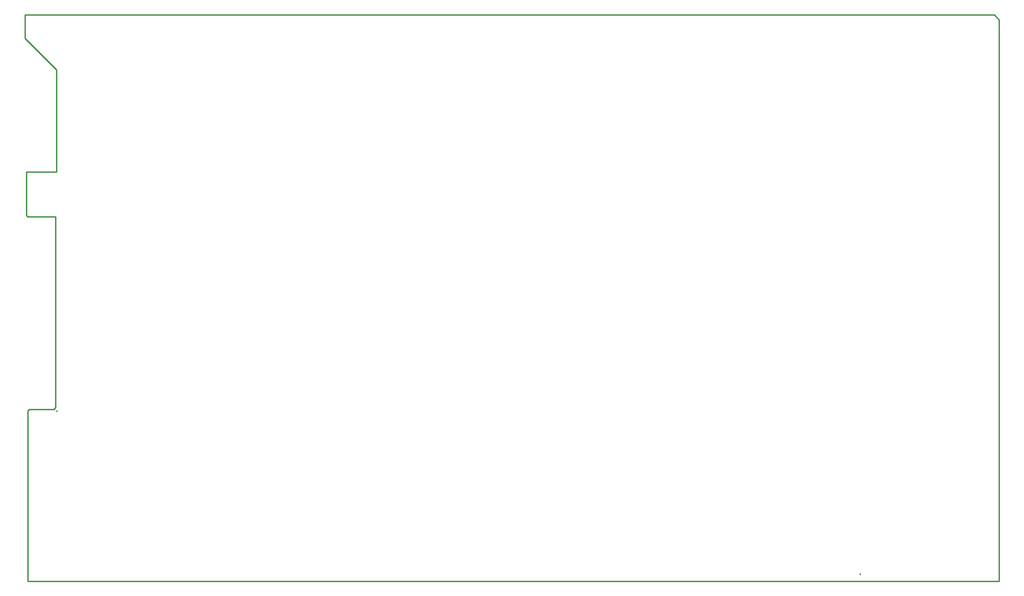
<source format=gko>
G04 Layer_Color=16711935*
%FSLAX25Y25*%
%MOIN*%
G70*
G01*
G75*
%ADD40C,0.01000*%
D40*
X-1969Y391732D02*
Y408465D01*
Y391732D02*
X20669Y369094D01*
Y295276D02*
Y369094D01*
X-984Y295276D02*
X20669D01*
X-984Y263779D02*
Y295276D01*
Y263779D02*
X0Y262795D01*
X20079D01*
Y125394D02*
Y262795D01*
X18701Y124016D02*
X20079Y125394D01*
X984Y124016D02*
X18701D01*
X0Y123031D02*
X984Y124016D01*
X0Y0D02*
Y123031D01*
Y0D02*
X700000D01*
Y404921D01*
X696457Y408465D02*
X700000Y404921D01*
X-1969Y408465D02*
X696457D01*
X20472Y122638D02*
X20866Y123031D01*
X599606Y4921D02*
X600000Y5315D01*
M02*

</source>
